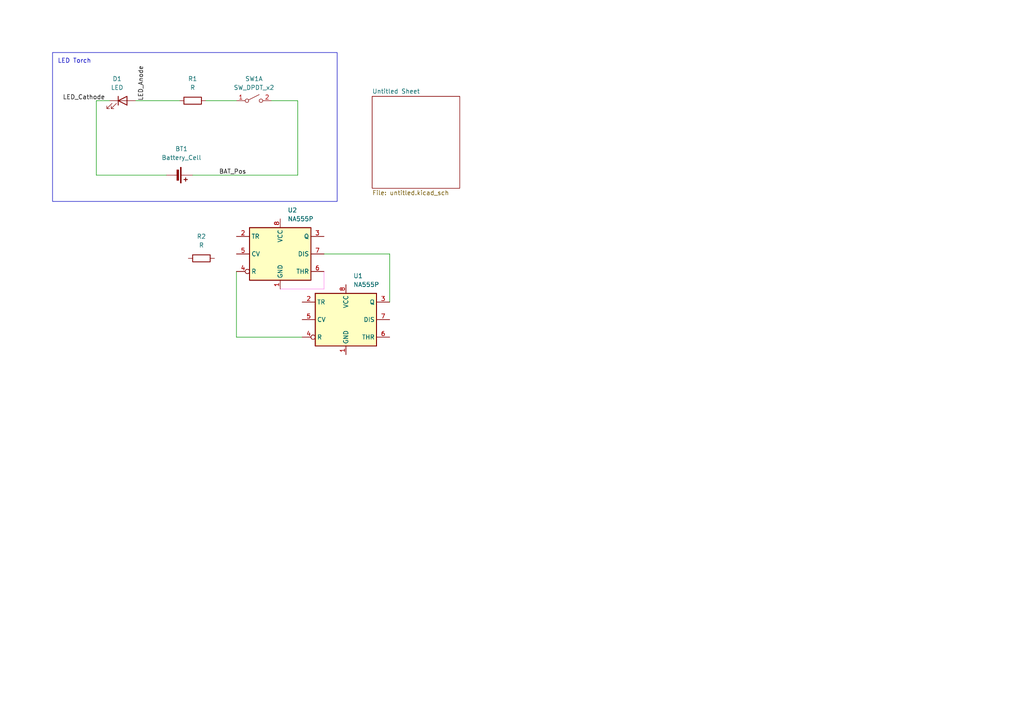
<source format=kicad_sch>
(kicad_sch (version 20250114) (generator "eeschema") (generator_version "9.0")
  (paper "A4")
  (title_block (title "Project 1 LED Torch") (date "2025-05-28") (rev "1") (company "Serum Yu"))
  (lib_symbols
    (symbol "Device:Battery_Cell" (pin_numbers (hide yes)) (pin_names (offset 0) (hide yes))
      (property "Reference" "BT" (at 2.54 2.54 0))
      (property "Value" "Battery_Cell" (at 2.54 0 0))
      (symbol "Battery_Cell_0_1"
        (rectangle (start -2.286 1.778) (end 2.286 1.524) (fill (type outline)))
        (rectangle (start -1.524 1.016) (end 1.524 0.508) (fill (type outline)))
        (polyline (pts (xy 0 1.778) (xy 0 2.54)))
        (polyline (pts (xy 0 0.762) (xy 0 0)))
        (polyline (pts (xy 0.762 3.048) (xy 1.778 3.048)) (stroke (width 0.254)))
        (polyline (pts (xy 1.27 3.556) (xy 1.27 2.54)) (stroke (width 0.254)))
      )
      (symbol "Battery_Cell_1_1"
        (pin passive line (at 0 5.08 270) (length 2.54) (name "+") (number "1"))
        (pin passive line (at 0 -2.54 90) (length 2.54) (name "-") (number "2"))
      )
    )
    (symbol "Device:LED" (pin_numbers (hide yes)) (pin_names (offset 1.016) (hide yes))
      (property "Reference" "D" (at 0 2.54 0))
      (property "Value" "LED" (at 0 -2.54 0))
      (symbol "LED_0_1"
        (polyline (pts (xy -3.048 -0.762) (xy -4.572 -2.286) (xy -3.81 -2.286) (xy -4.572 -2.286) (xy -4.572 -1.524)))
        (polyline (pts (xy -1.778 -0.762) (xy -3.302 -2.286) (xy -2.54 -2.286) (xy -3.302 -2.286) (xy -3.302 -1.524)))
        (polyline (pts (xy -1.27 0) (xy 1.27 0)))
        (polyline (pts (xy -1.27 -1.27) (xy -1.27 1.27)) (stroke (width 0.254)))
        (polyline (pts (xy 1.27 -1.27) (xy 1.27 1.27) (xy -1.27 0) (xy 1.27 -1.27)) (stroke (width 0.254)))
      )
      (symbol "LED_1_1"
        (pin passive line (at -3.81 0 0) (length 2.54) (name "K") (number "1"))
        (pin passive line (at 3.81 0 180) (length 2.54) (name "A") (number "2"))
      )
    )
    (symbol "Device:R" (pin_numbers (hide yes)) (pin_names (offset 0))
      (property "Reference" "R" (at 2.032 0 90))
      (property "Value" "R" (at 0 0 90))
      (symbol "R_0_1"
        (rectangle (start -1.016 -2.54) (end 1.016 2.54) (stroke (width 0.254)))
      )
      (symbol "R_1_1"
        (pin passive line (at 0 3.81 270) (length 1.27) (name "~") (number "1"))
        (pin passive line (at 0 -3.81 90) (length 1.27) (name "~") (number "2"))
      )
    )
    (symbol "Switch:SW_DPST_x2" (pin_names (offset 0) (hide yes))
      (property "Reference" "SW" (at 0 3.175 0))
      (property "Value" "SW_DPST_x2" (at 0 -2.54 0))
      (symbol "SW_DPST_x2_0_0"
        (circle (center -2.032 0) (radius 0.508))
        (polyline (pts (xy -1.524 0.254) (xy 1.524 1.778)))
        (circle (center 2.032 0) (radius 0.508))
      )
      (symbol "SW_DPST_x2_1_1"
        (pin passive line (at -5.08 0 0) (length 2.54) (name "A") (number "1"))
        (pin passive line (at 5.08 0 180) (length 2.54) (name "B") (number "2"))
      )
      (symbol "SW_DPST_x2_2_1"
        (pin passive line (at -5.08 0 0) (length 2.54) (name "A") (number "3"))
        (pin passive line (at 5.08 0 180) (length 2.54) (name "B") (number "4"))
      )
    )
    (symbol "Timer:NA555P"
      (property "Reference" "U" (at -10.16 8.89 0))
      (property "Value" "NA555P" (at 2.54 8.89 0))
      (symbol "NA555P_0_0"
        (pin power_in line (at 0 10.16 270) (length 2.54) (name "VCC") (number "8"))
        (pin power_in line (at 0 -10.16 90) (length 2.54) (name "GND") (number "1"))
      )
      (symbol "NA555P_0_1"
        (rectangle (start -8.89 -7.62) (end 8.89 7.62) (stroke (width 0.254)) (fill (type background)))
        (rectangle (start -8.89 -7.62) (end 8.89 7.62) (stroke (width 0.254)) (fill (type background)))
      )
      (symbol "NA555P_1_1"
        (pin input line (at -12.7 5.08 0) (length 3.81) (name "TR") (number "2"))
        (pin input line (at -12.7 0 0) (length 3.81) (name "CV") (number "5"))
        (pin input inverted (at -12.7 -5.08 0) (length 3.81) (name "R") (number "4"))
        (pin output line (at 12.7 5.08 180) (length 3.81) (name "Q") (number "3"))
        (pin input line (at 12.7 0 180) (length 3.81) (name "DIS") (number "7"))
        (pin input line (at 12.7 -5.08 180) (length 3.81) (name "THR") (number "6"))
      )
    )
  )
  (rectangle (start 15.24 15.24) (end 97.79 58.42))
  (text "LED Torch" (at 21.59 17.78 0) (effects (font (size 1.27 1.27))))
  (wire (pts (xy 68.58 97.79) (xy 87.63 97.79)))
  (wire (pts (xy 31.75 29.21) (xy 27.94 29.21)))
  (wire (pts (xy 27.94 29.21) (xy 27.94 50.8)))
  (wire (pts (xy 68.58 78.74) (xy 68.58 97.79)))
  (wire (pts (xy 39.37 29.21) (xy 52.07 29.21)))
  (wire (pts (xy 27.94 50.8) (xy 48.26 50.8)))
  (wire (pts (xy 113.03 73.66) (xy 93.98 73.66)))
  (wire (pts (xy 55.88 50.8) (xy 86.36 50.8)))
  (wire (pts (xy 78.74 29.21) (xy 86.36 29.21)))
  (wire (pts (xy 93.98 83.82) (xy 81.28 83.82)) (stroke (width 0) (color 255 136 236 1)))
  (wire (pts (xy 59.69 29.21) (xy 68.58 29.21)))
  (wire (pts (xy 113.03 87.63) (xy 113.03 73.66)))
  (wire (pts (xy 93.98 78.74) (xy 93.98 83.82)) (stroke (width 0) (color 255 136 236 1)))
  (wire (pts (xy 86.36 29.21) (xy 86.36 50.8)))
  (label "LED_Anode" (at 41.91 29.21 90))
  (label "LED_Cathode" (at 30.48 29.21 180))
  (label "BAT_Pos" (at 63.5 50.8 0))
  (symbol (lib_id "Device:Battery_Cell") (at 50.8 50.8 270) (unit 1)
    (property "Reference" "BT1" (at 52.6415 43.18 90))
    (property "Value" "Battery_Cell" (at 52.6415 45.72 90))
    (property "Footprint" "Battery:BatteryHolder_Keystone_1058_1x2032" (effects (hide yes)))
    (property "Description" "Single-cell battery" (effects (hide yes)))
  )
  (symbol (lib_id "Device:R") (at 55.88 29.21 90) (unit 1)
    (property "Reference" "R1" (at 55.88 22.86 90))
    (property "Value" "R" (at 55.88 25.4 90))
    (property "Footprint" "Resistor_THT:R_Axial_DIN0204_L3.6mm_D1.6mm_P7.62mm_Horizontal" (effects (hide yes)))
    (property "Description" "Resistor" (effects (hide yes)))
  )
  (symbol (lib_id "Timer:NA555P") (at 81.28 73.66 0) (unit 1)
    (property "Reference" "U2" (at 83.4233 60.96 0) (effects (justify left)))
    (property "Value" "NA555P" (at 83.4233 63.5 0) (effects (justify left)))
    (property "Footprint" "Package_DIP:DIP-8_W7.62mm" (effects (hide yes)))
    (property "Datasheet" "http://www.ti.com/lit/ds/symlink/ne555.pdf" (effects (hide yes)))
    (property "Description" "Precision Timers, 555 compatible, PDIP-8" (effects (hide yes)))
  )
  (symbol (lib_id "Device:R") (at 58.42 74.93 90) (unit 1)
    (property "Reference" "R2" (at 58.42 68.58 90))
    (property "Value" "R" (at 58.42 71.12 90))
    (property "Footprint" "Resistor_THT:R_Axial_DIN0204_L3.6mm_D1.6mm_P7.62mm_Horizontal" (effects (hide yes)))
    (property "Description" "Resistor" (effects (hide yes)))
  )
  (symbol (lib_id "Timer:NA555P") (at 100.33 92.71 0) (unit 1)
    (property "Reference" "U1" (at 102.4733 80.01 0) (effects (justify left)))
    (property "Value" "NA555P" (at 102.4733 82.55 0) (effects (justify left)))
    (property "Datasheet" "http://www.ti.com/lit/ds/symlink/ne555.pdf" (effects (hide yes)))
    (property "Description" "Precision Timers, 555 compatible, PDIP-8" (effects (hide yes)))
  )
  (symbol (lib_id "Device:LED") (at 35.56 29.21 0) (unit 1)
    (property "Reference" "D1" (at 33.9725 22.86 0))
    (property "Value" "LED" (at 33.9725 25.4 0))
    (property "Footprint" "LED_THT:LED_D5.0mm" (effects (hide yes)))
    (property "Description" "Light emitting diode" (effects (hide yes)))
    (property "Sim.Pins" "1=K 2=A" (effects (hide yes)))
  )
  (symbol (lib_id "Switch:SW_DPST_x2") (at 73.66 29.21 0) (unit 1)
    (property "Reference" "SW1" (at 73.66 22.86 0))
    (property "Value" "SW_DPDT_x2" (at 73.66 25.4 0))
    (property "Footprint" "Button_Switch_THT:SW_TH_Tactile_Omron_B3F-10xx" (effects (hide yes)))
    (property "Description" "Single Pole Single Throw (SPST) switch, separate symbol" (effects (hide yes)))
  )
  (sheet (at 107.95 27.94) (size 25.4 26.67) (stroke (width 0.1524))
    (property "Sheetname" "Untitled Sheet" (at 107.95 27.2284 0) (effects (justify left bottom)))
    (property "Sheetfile" "untitled.kicad_sch" (at 107.95 55.1946 0) (effects (justify left top)))
  )
)
</source>
